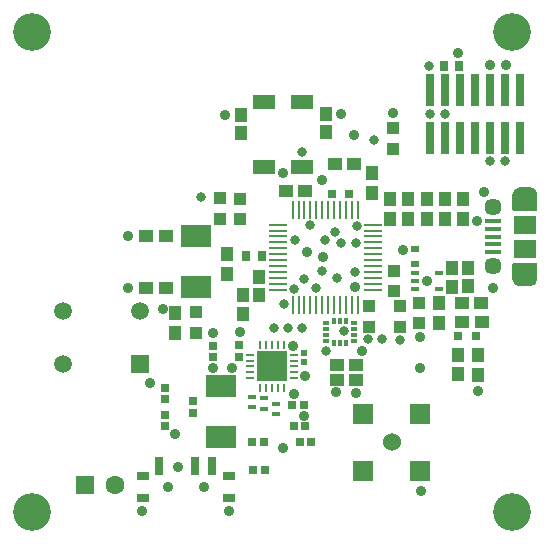
<source format=gbr>
G04*
G04 #@! TF.GenerationSoftware,Altium Limited,Altium Designer,24.8.2 (39)*
G04*
G04 Layer_Color=8388736*
%FSLAX26Y26*%
%MOIN*%
G70*
G04*
G04 #@! TF.SameCoordinates,943EF9C2-7E4B-4E9F-8D88-1E315B4C2DD2*
G04*
G04*
G04 #@! TF.FilePolarity,Negative*
G04*
G01*
G75*
%ADD18C,0.060000*%
%ADD19R,0.070000X0.070000*%
%ADD20R,0.026475X0.026306*%
%ADD21R,0.029134X0.109843*%
%ADD22R,0.039848X0.041682*%
%ADD23R,0.041816X0.045532*%
%ADD24R,0.039848X0.045619*%
%ADD25R,0.031496X0.031496*%
%ADD26R,0.045619X0.039848*%
%ADD27R,0.047575X0.039848*%
%ADD28R,0.041816X0.044687*%
%ADD29R,0.074803X0.059055*%
%ADD30R,0.053150X0.015748*%
G04:AMPARAMS|DCode=31|XSize=15.748mil|YSize=25.591mil|CornerRadius=1.968mil|HoleSize=0mil|Usage=FLASHONLY|Rotation=90.000|XOffset=0mil|YOffset=0mil|HoleType=Round|Shape=RoundedRectangle|*
%AMROUNDEDRECTD31*
21,1,0.015748,0.021654,0,0,90.0*
21,1,0.011811,0.025591,0,0,90.0*
1,1,0.003937,0.010827,0.005906*
1,1,0.003937,0.010827,-0.005906*
1,1,0.003937,-0.010827,-0.005906*
1,1,0.003937,-0.010827,0.005906*
%
%ADD31ROUNDEDRECTD31*%
%ADD32R,0.031496X0.023622*%
%ADD33R,0.041662X0.051419*%
%ADD34R,0.039848X0.049533*%
%ADD35R,0.027559X0.033465*%
%ADD36R,0.027559X0.059055*%
%ADD37R,0.039370X0.031496*%
%ADD38R,0.102362X0.074803*%
%ADD39R,0.029528X0.033465*%
%ADD40O,0.009842X0.061024*%
%ADD41O,0.061024X0.009842*%
%ADD42R,0.049459X0.041662*%
%ADD43R,0.074803X0.051181*%
%ADD44R,0.020472X0.022047*%
%ADD45R,0.028163X0.026475*%
%ADD46R,0.026306X0.026475*%
%ADD47R,0.025591X0.013780*%
%ADD48R,0.025984X0.016142*%
%ADD49R,0.026475X0.028163*%
%ADD50O,0.009842X0.027559*%
%ADD51O,0.027559X0.009842*%
%ADD52R,0.102362X0.102362*%
%ADD53C,0.027685*%
%ADD54R,0.022638X0.013780*%
%ADD55R,0.013780X0.022638*%
%ADD56R,0.059055X0.059055*%
%ADD57C,0.059055*%
%ADD58C,0.126110*%
%ADD59C,0.057087*%
%ADD60C,0.062992*%
%ADD61R,0.062992X0.062992*%
%ADD62C,0.035433*%
%ADD63C,0.035559*%
%ADD64C,0.031622*%
G36*
X1780838Y931242D02*
X1781353Y931140D01*
X1781849Y930971D01*
X1782320Y930739D01*
X1782755Y930448D01*
X1783150Y930102D01*
X1783495Y929708D01*
X1783787Y929272D01*
X1784019Y928802D01*
X1784187Y928305D01*
X1784290Y927791D01*
X1784324Y927268D01*
Y876087D01*
X1784290Y875563D01*
X1784187Y875049D01*
X1784019Y874553D01*
X1783787Y874082D01*
X1783495Y873646D01*
X1783150Y873252D01*
X1782755Y872906D01*
X1782320Y872615D01*
X1781849Y872383D01*
X1781353Y872215D01*
X1780838Y872112D01*
X1780315Y872078D01*
X1764640D01*
Y856402D01*
X1764605Y855879D01*
X1764503Y855365D01*
X1764335Y854868D01*
X1764220Y854636D01*
X1764103Y854398D01*
X1763812Y853962D01*
X1763466Y853568D01*
X1763466D01*
Y853568D01*
X1763072Y853222D01*
X1762636Y852931D01*
X1762397Y852813D01*
X1762165Y852699D01*
X1761669Y852530D01*
X1761155Y852428D01*
X1760631Y852394D01*
X1725197Y852393D01*
D01*
X1725197D01*
X1724674Y852427D01*
X1724160Y852529D01*
X1723663Y852698D01*
X1723431Y852812D01*
X1723193Y852930D01*
X1722757Y853221D01*
X1722363Y853567D01*
Y853567D01*
X1722363D01*
X1722017Y853961D01*
X1721726Y854397D01*
X1721608Y854635D01*
X1721494Y854867D01*
X1721325Y855364D01*
X1721223Y855878D01*
X1721188Y856401D01*
D01*
Y856402D01*
Y872078D01*
X1705512D01*
X1704989Y872112D01*
X1704475Y872215D01*
X1703978Y872383D01*
X1703508Y872615D01*
X1703072Y872906D01*
X1702678Y873252D01*
X1702332Y873646D01*
X1702041Y874082D01*
X1701809Y874553D01*
X1701640Y875049D01*
X1701538Y875563D01*
X1701503Y876087D01*
Y927268D01*
X1701538Y927791D01*
X1701640Y928305D01*
X1701809Y928802D01*
X1702041Y929272D01*
X1702332Y929708D01*
X1702678Y930102D01*
X1703072Y930448D01*
X1703508Y930739D01*
X1703978Y930971D01*
X1704475Y931140D01*
X1704989Y931242D01*
X1705512Y931276D01*
X1780315D01*
X1780838Y931242D01*
D02*
G37*
G36*
X1761153Y1183211D02*
X1761668Y1183108D01*
X1762164Y1182940D01*
X1762396Y1182825D01*
X1762634Y1182708D01*
X1763070Y1182417D01*
X1763465Y1182071D01*
Y1182071D01*
X1763465D01*
X1763810Y1181677D01*
X1764102Y1181241D01*
X1764219Y1181002D01*
X1764334Y1180770D01*
X1764502Y1180274D01*
X1764604Y1179760D01*
X1764639Y1179236D01*
D01*
Y1179236D01*
Y1163560D01*
X1780315D01*
X1780838Y1163525D01*
X1781353Y1163423D01*
X1781849Y1163255D01*
X1782320Y1163023D01*
X1782755Y1162731D01*
X1783150Y1162386D01*
X1783495Y1161992D01*
X1783787Y1161555D01*
X1784019Y1161085D01*
X1784187Y1160589D01*
X1784290Y1160074D01*
X1784324Y1159551D01*
Y1108370D01*
X1784290Y1107847D01*
X1784187Y1107333D01*
X1784019Y1106836D01*
X1783787Y1106366D01*
X1783495Y1105930D01*
X1783150Y1105536D01*
X1782755Y1105190D01*
X1782320Y1104899D01*
X1781849Y1104667D01*
X1781353Y1104498D01*
X1780838Y1104396D01*
X1780315Y1104361D01*
X1705512D01*
X1704989Y1104396D01*
X1704475Y1104498D01*
X1703978Y1104667D01*
X1703508Y1104899D01*
X1703072Y1105190D01*
X1702678Y1105536D01*
X1702332Y1105930D01*
X1702041Y1106366D01*
X1701809Y1106836D01*
X1701640Y1107333D01*
X1701538Y1107847D01*
X1701503Y1108370D01*
Y1159551D01*
X1701538Y1160074D01*
X1701640Y1160589D01*
X1701809Y1161085D01*
X1702041Y1161555D01*
X1702332Y1161992D01*
X1702678Y1162386D01*
X1703072Y1162731D01*
X1703508Y1163023D01*
X1703978Y1163255D01*
X1704475Y1163423D01*
X1704989Y1163525D01*
X1705512Y1163560D01*
X1721187D01*
Y1179235D01*
X1721222Y1179759D01*
X1721324Y1180273D01*
X1721493Y1180769D01*
X1721607Y1181001D01*
X1721724Y1181240D01*
X1722016Y1181676D01*
X1722361Y1182070D01*
X1722361D01*
Y1182070D01*
X1722756Y1182416D01*
X1723192Y1182707D01*
X1723430Y1182824D01*
X1723662Y1182939D01*
X1724158Y1183107D01*
X1724673Y1183210D01*
X1725196Y1183244D01*
X1760630Y1183245D01*
D01*
X1760630D01*
X1761153Y1183211D01*
D02*
G37*
D18*
X1299000Y333000D02*
D03*
D19*
X1204000Y428000D02*
D03*
X1394000D02*
D03*
X1204000Y238000D02*
D03*
X1394000D02*
D03*
D20*
X790000Y656770D02*
D03*
Y617230D02*
D03*
X638000Y430230D02*
D03*
Y469770D02*
D03*
D21*
X1427000Y1347000D02*
D03*
Y1507236D02*
D03*
X1477000Y1347000D02*
D03*
Y1507236D02*
D03*
X1527000Y1347000D02*
D03*
Y1507236D02*
D03*
X1577000Y1347000D02*
D03*
Y1507236D02*
D03*
X1627000Y1347000D02*
D03*
Y1507236D02*
D03*
X1677000Y1347000D02*
D03*
Y1507236D02*
D03*
X1727000Y1347000D02*
D03*
Y1507236D02*
D03*
D22*
X1303000Y1380516D02*
D03*
Y1311484D02*
D03*
X1326000Y716484D02*
D03*
Y785516D02*
D03*
X646000Y765516D02*
D03*
Y696484D02*
D03*
X726000Y1076484D02*
D03*
Y1145516D02*
D03*
X794000Y1075484D02*
D03*
Y1144516D02*
D03*
X1224000Y786000D02*
D03*
Y716968D02*
D03*
D23*
X1586000Y557502D02*
D03*
Y624498D02*
D03*
X1234000Y1162502D02*
D03*
Y1229498D02*
D03*
X751000Y893502D02*
D03*
Y960498D02*
D03*
D24*
X1521000Y559452D02*
D03*
Y624548D02*
D03*
X1458000Y730452D02*
D03*
Y795548D02*
D03*
X1477000Y1143000D02*
D03*
Y1077905D02*
D03*
X1416000Y1142547D02*
D03*
Y1077453D02*
D03*
X1294000Y1142547D02*
D03*
Y1077453D02*
D03*
X1537000Y1143000D02*
D03*
Y1077905D02*
D03*
X1353000Y1142547D02*
D03*
Y1077453D02*
D03*
X577000Y763000D02*
D03*
Y697905D02*
D03*
D25*
X1578528Y686000D02*
D03*
X1519472D02*
D03*
X1098472Y1162000D02*
D03*
X1157528D02*
D03*
D26*
X1598547Y735000D02*
D03*
X1533453D02*
D03*
X1173547Y1260000D02*
D03*
X1108453D02*
D03*
X480452Y1021000D02*
D03*
X545548D02*
D03*
X480452Y848000D02*
D03*
X545548D02*
D03*
X1114954Y591332D02*
D03*
X1180049D02*
D03*
X1114954Y541332D02*
D03*
X1180049D02*
D03*
D27*
X1534000Y798000D02*
D03*
X1597139D02*
D03*
D28*
X1390000Y731898D02*
D03*
Y796102D02*
D03*
X1306000Y837898D02*
D03*
Y902102D02*
D03*
D29*
X1742914Y1057189D02*
D03*
Y978449D02*
D03*
D30*
X1636614Y1069000D02*
D03*
Y1043409D02*
D03*
Y1017819D02*
D03*
Y992228D02*
D03*
Y966638D02*
D03*
D31*
X1457354Y844409D02*
D03*
Y895591D02*
D03*
X1376646Y844409D02*
D03*
Y870000D02*
D03*
Y895591D02*
D03*
D32*
X1378000Y927409D02*
D03*
Y978591D02*
D03*
D33*
X1500000Y851446D02*
D03*
Y912554D02*
D03*
D34*
X1554000Y913590D02*
D03*
Y852410D02*
D03*
X802000Y822590D02*
D03*
Y761410D02*
D03*
X856000Y884590D02*
D03*
Y823410D02*
D03*
X1080000Y1366410D02*
D03*
Y1427590D02*
D03*
X795000Y1363410D02*
D03*
Y1424590D02*
D03*
D35*
X1521622Y1588000D02*
D03*
X1474378D02*
D03*
D36*
X642472Y252898D02*
D03*
X701528D02*
D03*
X524362D02*
D03*
D37*
X469244Y221992D02*
D03*
X756646D02*
D03*
X469244Y146008D02*
D03*
X756646D02*
D03*
D38*
X645000Y850354D02*
D03*
Y1019646D02*
D03*
X729000Y350354D02*
D03*
Y519646D02*
D03*
D39*
X814409Y953000D02*
D03*
X865591D02*
D03*
D40*
X968732Y1108465D02*
D03*
X988417D02*
D03*
X1008102D02*
D03*
X1027787D02*
D03*
X1047472D02*
D03*
X1067157D02*
D03*
X1086842D02*
D03*
X1106527D02*
D03*
X1126213D02*
D03*
X1145898D02*
D03*
X1165583D02*
D03*
X1185268D02*
D03*
Y791535D02*
D03*
X1165583D02*
D03*
X1145898D02*
D03*
X1126213D02*
D03*
X1106527D02*
D03*
X1086842D02*
D03*
X1067157D02*
D03*
X1047472D02*
D03*
X1027787D02*
D03*
X1008102D02*
D03*
X988417D02*
D03*
X968732D02*
D03*
D41*
X1235465Y1058268D02*
D03*
Y1038583D02*
D03*
Y1018898D02*
D03*
Y999213D02*
D03*
Y979528D02*
D03*
Y959843D02*
D03*
Y940158D02*
D03*
Y920472D02*
D03*
Y900787D02*
D03*
Y881102D02*
D03*
Y861417D02*
D03*
Y841732D02*
D03*
X918535D02*
D03*
Y861417D02*
D03*
Y881102D02*
D03*
Y900787D02*
D03*
Y920472D02*
D03*
Y940158D02*
D03*
Y959843D02*
D03*
Y979528D02*
D03*
Y999213D02*
D03*
Y1018898D02*
D03*
Y1038583D02*
D03*
Y1058268D02*
D03*
D42*
X1010535Y1171000D02*
D03*
X947465D02*
D03*
D43*
X999992Y1250732D02*
D03*
Y1467268D02*
D03*
X874008D02*
D03*
Y1250732D02*
D03*
D44*
X1007000Y599646D02*
D03*
Y630354D02*
D03*
D45*
X875646Y238964D02*
D03*
X837964D02*
D03*
X993159Y335000D02*
D03*
X1030841D02*
D03*
X973318Y386000D02*
D03*
X1011000D02*
D03*
D46*
X834230Y333000D02*
D03*
X873770D02*
D03*
X1005770Y457000D02*
D03*
X966230D02*
D03*
D47*
X834000Y449268D02*
D03*
Y482732D02*
D03*
X912000Y428268D02*
D03*
Y461732D02*
D03*
D48*
X873000Y481882D02*
D03*
Y442118D02*
D03*
D49*
X543000Y386159D02*
D03*
Y423841D02*
D03*
Y513682D02*
D03*
Y476000D02*
D03*
X702000Y617159D02*
D03*
Y654841D02*
D03*
D50*
X939535Y658465D02*
D03*
X919850D02*
D03*
X900165D02*
D03*
X880480D02*
D03*
X860795D02*
D03*
Y512795D02*
D03*
X880480D02*
D03*
X900165D02*
D03*
X919850D02*
D03*
X939535D02*
D03*
D51*
X827331Y625000D02*
D03*
Y605315D02*
D03*
Y585630D02*
D03*
Y565945D02*
D03*
Y546260D02*
D03*
X973000D02*
D03*
Y565945D02*
D03*
Y585630D02*
D03*
Y605315D02*
D03*
Y625000D02*
D03*
D52*
X900165Y585630D02*
D03*
D53*
X1735040Y1159551D02*
G03*
X1735040Y1159551I-9842J0D01*
G01*
X1770473D02*
G03*
X1770473Y1159551I-9842J0D01*
G01*
X1735040Y876087D02*
G03*
X1735040Y876087I-9842J0D01*
G01*
X1770473D02*
G03*
X1770473Y876087I-9842J0D01*
G01*
D54*
X1080465Y730000D02*
D03*
Y710315D02*
D03*
Y690630D02*
D03*
Y670945D02*
D03*
X1172000D02*
D03*
Y690630D02*
D03*
Y710315D02*
D03*
Y730000D02*
D03*
D55*
X1106547Y664547D02*
D03*
X1126232D02*
D03*
X1145917D02*
D03*
Y736398D02*
D03*
X1126232D02*
D03*
X1106547D02*
D03*
D56*
X459953Y594417D02*
D03*
D57*
Y771583D02*
D03*
X204047D02*
D03*
Y594417D02*
D03*
D58*
X100000Y100000D02*
D03*
Y1700000D02*
D03*
X1700000Y100000D02*
D03*
Y1700000D02*
D03*
D59*
X1636614Y919394D02*
D03*
Y1116244D02*
D03*
D60*
X375000Y192000D02*
D03*
D61*
X275000D02*
D03*
D62*
X553890Y184000D02*
D03*
X672000D02*
D03*
D63*
X535210Y776210D02*
D03*
X1396000Y170000D02*
D03*
X1338000Y972220D02*
D03*
X1201000Y637000D02*
D03*
X1070000Y949000D02*
D03*
X969000Y655000D02*
D03*
X1176000Y849000D02*
D03*
X938000Y1231000D02*
D03*
X1679000Y1592000D02*
D03*
X1626000D02*
D03*
X1607815Y1168185D02*
D03*
X1016000Y966000D02*
D03*
X1584000Y1069000D02*
D03*
X1521000Y1632000D02*
D03*
X1129000Y1428000D02*
D03*
X742000Y1425000D02*
D03*
X1415000Y870000D02*
D03*
X1635000Y846000D02*
D03*
X1587000Y504000D02*
D03*
X1393000Y579000D02*
D03*
X1392000Y685000D02*
D03*
X936000Y313000D02*
D03*
X1113000Y499000D02*
D03*
X1008000Y421000D02*
D03*
X756000Y104000D02*
D03*
X468000Y103000D02*
D03*
X585000Y252000D02*
D03*
X1302000Y1429000D02*
D03*
X493000Y531000D02*
D03*
X703000Y696000D02*
D03*
X702000Y581000D02*
D03*
X578000Y362000D02*
D03*
X1173000Y1358000D02*
D03*
X1065000Y1206000D02*
D03*
X792000Y702000D02*
D03*
X420000Y847000D02*
D03*
X421000Y1021000D02*
D03*
X974000Y494000D02*
D03*
X1009000Y553000D02*
D03*
X767000Y581000D02*
D03*
X1179501Y498332D02*
D03*
D64*
X1026000Y1057000D02*
D03*
X1131000Y996000D02*
D03*
X1181000D02*
D03*
X1266000Y676000D02*
D03*
X1221000D02*
D03*
X905000Y713000D02*
D03*
X952000D02*
D03*
X975042Y1006042D02*
D03*
X1117000Y879000D02*
D03*
X1045189Y848000D02*
D03*
X1067000Y903000D02*
D03*
X999000Y714213D02*
D03*
X1109300Y1034071D02*
D03*
X1077000Y1006000D02*
D03*
X1176000Y899000D02*
D03*
X1627000Y1270000D02*
D03*
X973875Y843189D02*
D03*
X1008000Y877000D02*
D03*
X1184000Y1054029D02*
D03*
X1426000Y1428000D02*
D03*
X1239000Y1340000D02*
D03*
X1423000Y1586000D02*
D03*
X1476000Y1426000D02*
D03*
X1677000Y1271000D02*
D03*
X1327000Y673000D02*
D03*
X1001000Y1301000D02*
D03*
X663000Y1149000D02*
D03*
X940346Y794000D02*
D03*
X1081000Y636000D02*
D03*
X1139000Y704000D02*
D03*
M02*

</source>
